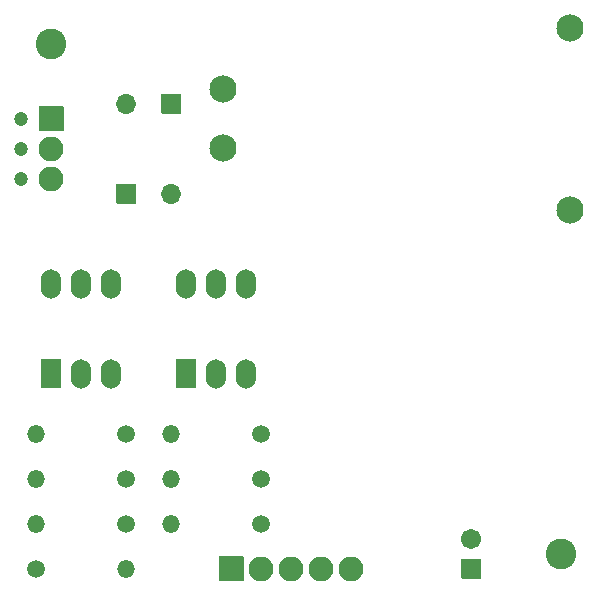
<source format=gbr>
G04 #@! TF.GenerationSoftware,KiCad,Pcbnew,(5.1.7-0-10_14)*
G04 #@! TF.CreationDate,2020-11-17T17:39:49+01:00*
G04 #@! TF.ProjectId,Pilot_Wire_v1,50696c6f-745f-4576-9972-655f76312e6b,1.0*
G04 #@! TF.SameCoordinates,Original*
G04 #@! TF.FileFunction,Soldermask,Bot*
G04 #@! TF.FilePolarity,Negative*
%FSLAX46Y46*%
G04 Gerber Fmt 4.6, Leading zero omitted, Abs format (unit mm)*
G04 Created by KiCad (PCBNEW (5.1.7-0-10_14)) date 2020-11-17 17:39:49*
%MOMM*%
%LPD*%
G01*
G04 APERTURE LIST*
%ADD10C,2.602000*%
%ADD11C,1.502000*%
%ADD12O,1.502000X1.502000*%
%ADD13O,1.702000X2.502000*%
%ADD14C,2.302000*%
%ADD15O,2.102000X2.102000*%
%ADD16O,2.100980X2.100980*%
%ADD17C,1.202000*%
%ADD18O,1.702000X1.702000*%
%ADD19C,1.702000*%
G04 APERTURE END LIST*
D10*
X119380000Y-30480000D03*
X162560000Y-73660000D03*
D11*
X137160000Y-67310000D03*
D12*
X129540000Y-67310000D03*
G36*
G01*
X131610000Y-59671000D02*
X130010000Y-59671000D01*
G75*
G02*
X129959000Y-59620000I0J51000D01*
G01*
X129959000Y-57220000D01*
G75*
G02*
X130010000Y-57169000I51000J0D01*
G01*
X131610000Y-57169000D01*
G75*
G02*
X131661000Y-57220000I0J-51000D01*
G01*
X131661000Y-59620000D01*
G75*
G02*
X131610000Y-59671000I-51000J0D01*
G01*
G37*
D13*
X135890000Y-50800000D03*
X133350000Y-58420000D03*
X133350000Y-50800000D03*
X135890000Y-58420000D03*
X130810000Y-50800000D03*
G36*
G01*
X120180000Y-59671000D02*
X118580000Y-59671000D01*
G75*
G02*
X118529000Y-59620000I0J51000D01*
G01*
X118529000Y-57220000D01*
G75*
G02*
X118580000Y-57169000I51000J0D01*
G01*
X120180000Y-57169000D01*
G75*
G02*
X120231000Y-57220000I0J-51000D01*
G01*
X120231000Y-59620000D01*
G75*
G02*
X120180000Y-59671000I-51000J0D01*
G01*
G37*
X124460000Y-50800000D03*
X121920000Y-58420000D03*
X121920000Y-50800000D03*
X124460000Y-58420000D03*
X119380000Y-50800000D03*
D11*
X137160000Y-63500000D03*
D12*
X129540000Y-63500000D03*
D11*
X137160000Y-71120000D03*
D12*
X129540000Y-71120000D03*
D11*
X125730000Y-63500000D03*
D12*
X118110000Y-63500000D03*
D11*
X125730000Y-67310000D03*
D12*
X118110000Y-67310000D03*
D11*
X118110000Y-74930000D03*
D12*
X125730000Y-74930000D03*
D11*
X125730000Y-71120000D03*
D12*
X118110000Y-71120000D03*
D14*
X163290000Y-44530000D03*
X163290000Y-29130000D03*
X133890000Y-39330000D03*
X133890000Y-34330000D03*
D15*
X144780000Y-74930000D03*
X142240000Y-74930000D03*
X139700000Y-74930000D03*
X137160000Y-74930000D03*
G36*
G01*
X135620000Y-75981000D02*
X133620000Y-75981000D01*
G75*
G02*
X133569000Y-75930000I0J51000D01*
G01*
X133569000Y-73930000D01*
G75*
G02*
X133620000Y-73879000I51000J0D01*
G01*
X135620000Y-73879000D01*
G75*
G02*
X135671000Y-73930000I0J-51000D01*
G01*
X135671000Y-75930000D01*
G75*
G02*
X135620000Y-75981000I-51000J0D01*
G01*
G37*
D16*
X119380000Y-41910000D03*
G36*
G01*
X118380510Y-35779510D02*
X120379490Y-35779510D01*
G75*
G02*
X120430490Y-35830510I0J-51000D01*
G01*
X120430490Y-37829490D01*
G75*
G02*
X120379490Y-37880490I-51000J0D01*
G01*
X118380510Y-37880490D01*
G75*
G02*
X118329510Y-37829490I0J51000D01*
G01*
X118329510Y-35830510D01*
G75*
G02*
X118380510Y-35779510I51000J0D01*
G01*
G37*
X119380000Y-39370000D03*
D17*
X116840000Y-36830000D03*
X116840000Y-39370000D03*
X116840000Y-41910000D03*
G36*
G01*
X126530000Y-44031000D02*
X124930000Y-44031000D01*
G75*
G02*
X124879000Y-43980000I0J51000D01*
G01*
X124879000Y-42380000D01*
G75*
G02*
X124930000Y-42329000I51000J0D01*
G01*
X126530000Y-42329000D01*
G75*
G02*
X126581000Y-42380000I0J-51000D01*
G01*
X126581000Y-43980000D01*
G75*
G02*
X126530000Y-44031000I-51000J0D01*
G01*
G37*
D18*
X125730000Y-35560000D03*
G36*
G01*
X128740000Y-34709000D02*
X130340000Y-34709000D01*
G75*
G02*
X130391000Y-34760000I0J-51000D01*
G01*
X130391000Y-36360000D01*
G75*
G02*
X130340000Y-36411000I-51000J0D01*
G01*
X128740000Y-36411000D01*
G75*
G02*
X128689000Y-36360000I0J51000D01*
G01*
X128689000Y-34760000D01*
G75*
G02*
X128740000Y-34709000I51000J0D01*
G01*
G37*
X129540000Y-43180000D03*
G36*
G01*
X155740000Y-75781000D02*
X154140000Y-75781000D01*
G75*
G02*
X154089000Y-75730000I0J51000D01*
G01*
X154089000Y-74130000D01*
G75*
G02*
X154140000Y-74079000I51000J0D01*
G01*
X155740000Y-74079000D01*
G75*
G02*
X155791000Y-74130000I0J-51000D01*
G01*
X155791000Y-75730000D01*
G75*
G02*
X155740000Y-75781000I-51000J0D01*
G01*
G37*
D19*
X154940000Y-72430000D03*
M02*

</source>
